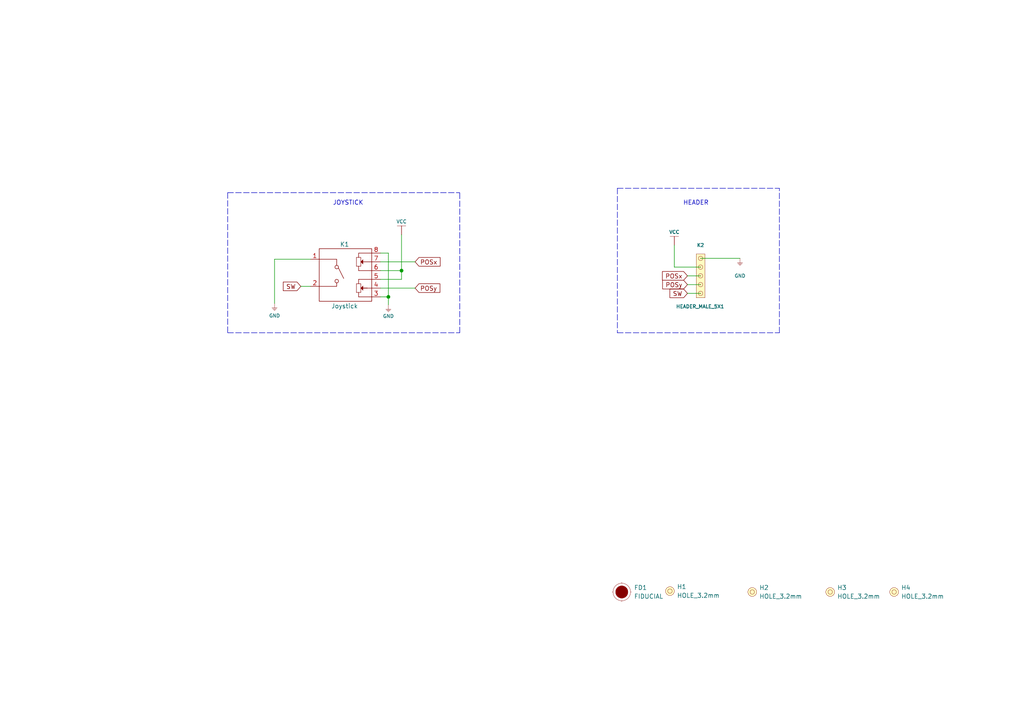
<source format=kicad_sch>
(kicad_sch (version 20211123) (generator eeschema)

  (uuid b7b2c7e9-017b-4a0e-b28b-73e3293c5d49)

  (paper "A4")

  (title_block
    (title "Joystick 2-axis with pushbutton breakout")
    (date "2021-11-10")
    (rev "V1.1.1.")
    (company "SOLDERED")
    (comment 1 "333089")
  )

  (lib_symbols
    (symbol "e-radionica.com schematics:FIDUCIAL" (in_bom no) (on_board yes)
      (property "Reference" "FD" (id 0) (at 0 3.81 0)
        (effects (font (size 1.27 1.27)))
      )
      (property "Value" "FIDUCIAL" (id 1) (at 0 -3.81 0)
        (effects (font (size 1.27 1.27)))
      )
      (property "Footprint" "e-radionica.com footprinti:FIDUCIAL_23" (id 2) (at 0.254 -5.334 0)
        (effects (font (size 1.27 1.27)) hide)
      )
      (property "Datasheet" "" (id 3) (at 0 0 0)
        (effects (font (size 1.27 1.27)) hide)
      )
      (symbol "FIDUCIAL_0_1"
        (polyline
          (pts
            (xy -2.54 0)
            (xy -2.794 0)
          )
          (stroke (width 0.0006) (type default) (color 0 0 0 0))
          (fill (type none))
        )
        (polyline
          (pts
            (xy 0 -2.54)
            (xy 0 -2.794)
          )
          (stroke (width 0.0006) (type default) (color 0 0 0 0))
          (fill (type none))
        )
        (polyline
          (pts
            (xy 0 2.54)
            (xy 0 2.794)
          )
          (stroke (width 0.0006) (type default) (color 0 0 0 0))
          (fill (type none))
        )
        (polyline
          (pts
            (xy 2.54 0)
            (xy 2.794 0)
          )
          (stroke (width 0.0006) (type default) (color 0 0 0 0))
          (fill (type none))
        )
        (circle (center 0 0) (radius 1.7961)
          (stroke (width 0.001) (type default) (color 0 0 0 0))
          (fill (type outline))
        )
        (circle (center 0 0) (radius 2.54)
          (stroke (width 0.0006) (type default) (color 0 0 0 0))
          (fill (type none))
        )
      )
    )
    (symbol "e-radionica.com schematics:GND" (power) (pin_names (offset 0)) (in_bom yes) (on_board yes)
      (property "Reference" "#PWR" (id 0) (at 4.445 0 0)
        (effects (font (size 1 1)) hide)
      )
      (property "Value" "GND" (id 1) (at 0 -2.921 0)
        (effects (font (size 1 1)))
      )
      (property "Footprint" "" (id 2) (at 4.445 3.81 0)
        (effects (font (size 1 1)) hide)
      )
      (property "Datasheet" "" (id 3) (at 4.445 3.81 0)
        (effects (font (size 1 1)) hide)
      )
      (property "ki_keywords" "power-flag" (id 4) (at 0 0 0)
        (effects (font (size 1.27 1.27)) hide)
      )
      (property "ki_description" "Power symbol creates a global label with name \"GND\"" (id 5) (at 0 0 0)
        (effects (font (size 1.27 1.27)) hide)
      )
      (symbol "GND_0_1"
        (polyline
          (pts
            (xy -0.762 -1.27)
            (xy 0.762 -1.27)
          )
          (stroke (width 0.0006) (type default) (color 0 0 0 0))
          (fill (type none))
        )
        (polyline
          (pts
            (xy -0.635 -1.524)
            (xy 0.635 -1.524)
          )
          (stroke (width 0.0006) (type default) (color 0 0 0 0))
          (fill (type none))
        )
        (polyline
          (pts
            (xy -0.381 -1.778)
            (xy 0.381 -1.778)
          )
          (stroke (width 0.0006) (type default) (color 0 0 0 0))
          (fill (type none))
        )
        (polyline
          (pts
            (xy -0.127 -2.032)
            (xy 0.127 -2.032)
          )
          (stroke (width 0.0006) (type default) (color 0 0 0 0))
          (fill (type none))
        )
        (polyline
          (pts
            (xy 0 0)
            (xy 0 -1.27)
          )
          (stroke (width 0.0006) (type default) (color 0 0 0 0))
          (fill (type none))
        )
      )
      (symbol "GND_1_1"
        (pin power_in line (at 0 0 270) (length 0) hide
          (name "GND" (effects (font (size 1.27 1.27))))
          (number "1" (effects (font (size 1.27 1.27))))
        )
      )
    )
    (symbol "e-radionica.com schematics:HEADER_MALE_5X1" (pin_numbers hide) (pin_names hide) (in_bom yes) (on_board yes)
      (property "Reference" "K" (id 0) (at -0.635 7.62 0)
        (effects (font (size 1 1)))
      )
      (property "Value" "HEADER_MALE_5X1" (id 1) (at 0.635 -7.62 0)
        (effects (font (size 1 1)))
      )
      (property "Footprint" "e-radionica.com footprinti:HEADER_MALE_5X1" (id 2) (at 0 0 0)
        (effects (font (size 1 1)) hide)
      )
      (property "Datasheet" "" (id 3) (at 0 0 0)
        (effects (font (size 1 1)) hide)
      )
      (symbol "HEADER_MALE_5X1_0_1"
        (rectangle (start -1.27 6.35) (end 1.27 -6.35)
          (stroke (width 0.001) (type default) (color 0 0 0 0))
          (fill (type background))
        )
        (circle (center 0 -5.08) (radius 0.635)
          (stroke (width 0.0006) (type default) (color 0 0 0 0))
          (fill (type none))
        )
        (circle (center 0 -2.54) (radius 0.635)
          (stroke (width 0.0006) (type default) (color 0 0 0 0))
          (fill (type none))
        )
        (circle (center 0 0) (radius 0.635)
          (stroke (width 0.0006) (type default) (color 0 0 0 0))
          (fill (type none))
        )
        (circle (center 0 2.54) (radius 0.635)
          (stroke (width 0.0006) (type default) (color 0 0 0 0))
          (fill (type none))
        )
        (circle (center 0 5.08) (radius 0.635)
          (stroke (width 0.0006) (type default) (color 0 0 0 0))
          (fill (type none))
        )
      )
      (symbol "HEADER_MALE_5X1_1_1"
        (pin passive line (at 0 -5.08 180) (length 0)
          (name "~" (effects (font (size 1 1))))
          (number "1" (effects (font (size 1 1))))
        )
        (pin passive line (at 0 -2.54 180) (length 0)
          (name "~" (effects (font (size 1 1))))
          (number "2" (effects (font (size 1 1))))
        )
        (pin passive line (at 0 0 180) (length 0)
          (name "~" (effects (font (size 1 1))))
          (number "3" (effects (font (size 1 1))))
        )
        (pin passive line (at 0 2.54 180) (length 0)
          (name "~" (effects (font (size 1 1))))
          (number "4" (effects (font (size 1 1))))
        )
        (pin passive line (at 0 5.08 180) (length 0)
          (name "~" (effects (font (size 0.991 0.991))))
          (number "5" (effects (font (size 0.991 0.991))))
        )
      )
    )
    (symbol "e-radionica.com schematics:HOLE_3.2mm" (pin_numbers hide) (pin_names hide) (in_bom yes) (on_board yes)
      (property "Reference" "H" (id 0) (at 0 2.54 0)
        (effects (font (size 1.27 1.27)))
      )
      (property "Value" "HOLE_3.2mm" (id 1) (at 0 -2.54 0)
        (effects (font (size 1.27 1.27)))
      )
      (property "Footprint" "e-radionica.com footprinti:HOLE_3.2mm" (id 2) (at 0 0 0)
        (effects (font (size 1.27 1.27)) hide)
      )
      (property "Datasheet" "" (id 3) (at 0 0 0)
        (effects (font (size 1.27 1.27)) hide)
      )
      (symbol "HOLE_3.2mm_0_1"
        (circle (center 0 0) (radius 0.635)
          (stroke (width 0.0006) (type default) (color 0 0 0 0))
          (fill (type none))
        )
        (circle (center 0 0) (radius 1.27)
          (stroke (width 0.001) (type default) (color 0 0 0 0))
          (fill (type background))
        )
      )
    )
    (symbol "e-radionica.com schematics:Joystick" (in_bom yes) (on_board yes)
      (property "Reference" "K" (id 0) (at 0 8.89 0)
        (effects (font (size 1.27 1.27)))
      )
      (property "Value" "Joystick" (id 1) (at 0 -9.652 0)
        (effects (font (size 1.27 1.27)))
      )
      (property "Footprint" "e-radionica.com footprinti:joystick" (id 2) (at -8.636 -4.064 90)
        (effects (font (size 1.27 1.27)) hide)
      )
      (property "Datasheet" "" (id 3) (at -8.636 -4.064 90)
        (effects (font (size 1.27 1.27)) hide)
      )
      (symbol "Joystick_0_1"
        (rectangle (start -7.366 7.366) (end 7.874 -7.874)
          (stroke (width 0.1524) (type default) (color 0 0 0 0))
          (fill (type none))
        )
        (circle (center -2.286 -2.032) (radius 0.508)
          (stroke (width 0.1524) (type default) (color 0 0 0 0))
          (fill (type none))
        )
        (circle (center -2.286 2.032) (radius 0.508)
          (stroke (width 0.1524) (type default) (color 0 0 0 0))
          (fill (type none))
        )
        (polyline
          (pts
            (xy 4.064 -6.604)
            (xy 4.064 -5.334)
          )
          (stroke (width 0.1524) (type default) (color 0 0 0 0))
          (fill (type none))
        )
        (polyline
          (pts
            (xy 4.064 -1.524)
            (xy 4.064 -2.794)
          )
          (stroke (width 0.1524) (type default) (color 0 0 0 0))
          (fill (type none))
        )
        (polyline
          (pts
            (xy 4.064 1.016)
            (xy 4.064 2.286)
          )
          (stroke (width 0.1524) (type default) (color 0 0 0 0))
          (fill (type none))
        )
        (polyline
          (pts
            (xy 6.604 -4.064)
            (xy 5.334 -4.064)
          )
          (stroke (width 0.1524) (type default) (color 0 0 0 0))
          (fill (type none))
        )
        (polyline
          (pts
            (xy 7.874 -4.064)
            (xy 5.334 -4.064)
          )
          (stroke (width 0.1524) (type default) (color 0 0 0 0))
          (fill (type none))
        )
        (polyline
          (pts
            (xy -7.366 -3.556)
            (xy -2.286 -3.556)
            (xy -2.286 -2.54)
          )
          (stroke (width 0.1524) (type default) (color 0 0 0 0))
          (fill (type none))
        )
        (polyline
          (pts
            (xy -7.366 4.318)
            (xy -2.286 4.318)
            (xy -2.286 2.54)
          )
          (stroke (width 0.1524) (type default) (color 0 0 0 0))
          (fill (type none))
        )
        (polyline
          (pts
            (xy -1.778 1.778)
            (xy -0.254 -1.27)
            (xy -0.508 -0.762)
          )
          (stroke (width 0.1524) (type default) (color 0 0 0 0))
          (fill (type none))
        )
        (polyline
          (pts
            (xy 7.874 -6.604)
            (xy 4.064 -6.604)
            (xy 4.064 -6.604)
          )
          (stroke (width 0.1524) (type default) (color 0 0 0 0))
          (fill (type none))
        )
        (polyline
          (pts
            (xy 7.874 -1.524)
            (xy 4.064 -1.524)
            (xy 5.334 -1.524)
          )
          (stroke (width 0.1524) (type default) (color 0 0 0 0))
          (fill (type none))
        )
        (polyline
          (pts
            (xy 7.874 1.016)
            (xy 4.064 1.016)
            (xy 7.874 1.016)
          )
          (stroke (width 0.1524) (type default) (color 0 0 0 0))
          (fill (type none))
        )
        (polyline
          (pts
            (xy 7.874 3.556)
            (xy 5.334 3.556)
            (xy 7.874 3.556)
          )
          (stroke (width 0.1524) (type default) (color 0 0 0 0))
          (fill (type none))
        )
        (polyline
          (pts
            (xy 7.874 6.096)
            (xy 4.064 6.096)
            (xy 4.064 4.826)
          )
          (stroke (width 0.1524) (type default) (color 0 0 0 0))
          (fill (type none))
        )
        (polyline
          (pts
            (xy 4.699 -4.064)
            (xy 5.334 -4.699)
            (xy 5.334 -3.429)
            (xy 4.699 -4.064)
          )
          (stroke (width 0.1) (type default) (color 0 0 0 0))
          (fill (type outline))
        )
        (polyline
          (pts
            (xy 4.699 3.556)
            (xy 5.334 2.921)
            (xy 5.334 4.191)
            (xy 4.699 3.556)
          )
          (stroke (width 0.1) (type default) (color 0 0 0 0))
          (fill (type outline))
        )
        (rectangle (start 3.429 -5.334) (end 3.4544 -2.794)
          (stroke (width 0.1) (type default) (color 0 0 0 0))
          (fill (type none))
        )
        (rectangle (start 3.429 -5.334) (end 4.699 -5.3086)
          (stroke (width 0.1) (type default) (color 0 0 0 0))
          (fill (type none))
        )
        (rectangle (start 3.429 -2.794) (end 4.699 -2.7686)
          (stroke (width 0.1) (type default) (color 0 0 0 0))
          (fill (type none))
        )
        (rectangle (start 3.429 2.286) (end 3.4544 4.826)
          (stroke (width 0.1) (type default) (color 0 0 0 0))
          (fill (type none))
        )
        (rectangle (start 3.429 2.286) (end 4.699 2.3114)
          (stroke (width 0.1) (type default) (color 0 0 0 0))
          (fill (type none))
        )
        (rectangle (start 3.429 4.826) (end 4.699 4.8514)
          (stroke (width 0.1) (type default) (color 0 0 0 0))
          (fill (type none))
        )
        (rectangle (start 4.699 -5.334) (end 4.7244 -2.794)
          (stroke (width 0.1) (type default) (color 0 0 0 0))
          (fill (type none))
        )
        (rectangle (start 4.699 2.286) (end 4.7244 4.826)
          (stroke (width 0.1) (type default) (color 0 0 0 0))
          (fill (type none))
        )
      )
      (symbol "Joystick_1_1"
        (pin passive line (at -9.906 4.318 0) (length 2.54)
          (name "" (effects (font (size 1.27 1.27))))
          (number "1" (effects (font (size 1.27 1.27))))
        )
        (pin passive line (at -9.906 -3.556 0) (length 2.54)
          (name "" (effects (font (size 1.27 1.27))))
          (number "2" (effects (font (size 1.27 1.27))))
        )
        (pin passive line (at 10.414 -6.604 180) (length 2.54)
          (name "" (effects (font (size 1.27 1.27))))
          (number "3" (effects (font (size 1.27 1.27))))
        )
        (pin passive line (at 10.414 -4.064 180) (length 2.54)
          (name "" (effects (font (size 1.27 1.27))))
          (number "4" (effects (font (size 1.27 1.27))))
        )
        (pin passive line (at 10.414 -1.524 180) (length 2.54)
          (name "" (effects (font (size 1.27 1.27))))
          (number "5" (effects (font (size 1.27 1.27))))
        )
        (pin passive line (at 10.414 1.016 180) (length 2.54)
          (name "" (effects (font (size 1.27 1.27))))
          (number "6" (effects (font (size 1.27 1.27))))
        )
        (pin passive line (at 10.414 3.556 180) (length 2.54)
          (name "" (effects (font (size 1.27 1.27))))
          (number "7" (effects (font (size 1.27 1.27))))
        )
        (pin passive line (at 10.414 6.096 180) (length 2.54)
          (name "" (effects (font (size 1.27 1.27))))
          (number "8" (effects (font (size 1.27 1.27))))
        )
      )
    )
    (symbol "e-radionica.com schematics:VCC" (power) (pin_names (offset 0)) (in_bom yes) (on_board yes)
      (property "Reference" "#PWR" (id 0) (at 4.445 0 0)
        (effects (font (size 1 1)) hide)
      )
      (property "Value" "VCC" (id 1) (at 0 3.556 0)
        (effects (font (size 1 1)))
      )
      (property "Footprint" "" (id 2) (at 4.445 3.81 0)
        (effects (font (size 1 1)) hide)
      )
      (property "Datasheet" "" (id 3) (at 4.445 3.81 0)
        (effects (font (size 1 1)) hide)
      )
      (property "ki_keywords" "power-flag" (id 4) (at 0 0 0)
        (effects (font (size 1.27 1.27)) hide)
      )
      (property "ki_description" "Power symbol creates a global label with name \"VCC\"" (id 5) (at 0 0 0)
        (effects (font (size 1.27 1.27)) hide)
      )
      (symbol "VCC_0_1"
        (polyline
          (pts
            (xy -1.27 2.54)
            (xy 1.27 2.54)
          )
          (stroke (width 0.0006) (type default) (color 0 0 0 0))
          (fill (type none))
        )
        (polyline
          (pts
            (xy 0 0)
            (xy 0 2.54)
          )
          (stroke (width 0) (type default) (color 0 0 0 0))
          (fill (type none))
        )
      )
      (symbol "VCC_1_1"
        (pin power_in line (at 0 0 90) (length 0) hide
          (name "VCC" (effects (font (size 1.27 1.27))))
          (number "1" (effects (font (size 1.27 1.27))))
        )
      )
    )
  )

  (junction (at 116.459 78.486) (diameter 0.9144) (color 0 0 0 0)
    (uuid 0f54db53-a272-4955-88fb-d7ab00657bb0)
  )
  (junction (at 112.649 86.106) (diameter 0.9144) (color 0 0 0 0)
    (uuid 922058ca-d09a-45fd-8394-05f3e2c1e03a)
  )

  (wire (pts (xy 203.2 74.93) (xy 214.63 74.93))
    (stroke (width 0) (type solid) (color 0 0 0 0))
    (uuid 1985f6b7-cf82-45f3-9bea-2c64e70c7f4b)
  )
  (wire (pts (xy 112.649 73.406) (xy 112.649 86.106))
    (stroke (width 0) (type solid) (color 0 0 0 0))
    (uuid 3afa3e09-000a-4957-b2d3-38f3b805e40d)
  )
  (wire (pts (xy 112.649 86.106) (xy 112.649 88.392))
    (stroke (width 0) (type solid) (color 0 0 0 0))
    (uuid 3afa3e09-000a-4957-b2d3-38f3b805e40e)
  )
  (wire (pts (xy 195.58 77.47) (xy 195.58 71.12))
    (stroke (width 0) (type solid) (color 0 0 0 0))
    (uuid 597e61c5-09f1-4cac-b2f0-5e98ddf771b4)
  )
  (wire (pts (xy 203.2 77.47) (xy 195.58 77.47))
    (stroke (width 0) (type solid) (color 0 0 0 0))
    (uuid 597e61c5-09f1-4cac-b2f0-5e98ddf771b5)
  )
  (wire (pts (xy 110.363 78.486) (xy 116.459 78.486))
    (stroke (width 0) (type solid) (color 0 0 0 0))
    (uuid 65fa5174-dcf8-4402-b2d2-6e19174d1624)
  )
  (wire (pts (xy 199.39 80.01) (xy 203.2 80.01))
    (stroke (width 0) (type solid) (color 0 0 0 0))
    (uuid 682c8dd7-d6bd-456b-8fbd-290bde074356)
  )
  (wire (pts (xy 199.39 85.09) (xy 203.2 85.09))
    (stroke (width 0) (type solid) (color 0 0 0 0))
    (uuid 6f3dc5b7-ceb1-424d-b0d6-46919ac4f89f)
  )
  (wire (pts (xy 87.249 83.058) (xy 90.043 83.058))
    (stroke (width 0) (type solid) (color 0 0 0 0))
    (uuid 811b2b13-80d1-4c5d-9a4d-3f66569718ec)
  )
  (polyline (pts (xy 179.07 54.61) (xy 179.07 96.52))
    (stroke (width 0) (type dash) (color 0 0 0 0))
    (uuid 9b15ab40-6e20-4ba3-82d4-8aaa52f4f6b9)
  )
  (polyline (pts (xy 179.07 54.61) (xy 226.06 54.61))
    (stroke (width 0) (type dash) (color 0 0 0 0))
    (uuid 9b15ab40-6e20-4ba3-82d4-8aaa52f4f6ba)
  )
  (polyline (pts (xy 179.07 96.52) (xy 226.06 96.52))
    (stroke (width 0) (type dash) (color 0 0 0 0))
    (uuid 9b15ab40-6e20-4ba3-82d4-8aaa52f4f6bb)
  )
  (polyline (pts (xy 226.06 96.52) (xy 226.06 54.61))
    (stroke (width 0) (type dash) (color 0 0 0 0))
    (uuid 9b15ab40-6e20-4ba3-82d4-8aaa52f4f6bc)
  )

  (wire (pts (xy 79.629 75.184) (xy 90.043 75.184))
    (stroke (width 0) (type solid) (color 0 0 0 0))
    (uuid a2365d7e-7881-40bc-b5b6-ff50b90fdce2)
  )
  (wire (pts (xy 110.363 73.406) (xy 112.649 73.406))
    (stroke (width 0) (type solid) (color 0 0 0 0))
    (uuid b5cc4bb9-2daf-47f6-9a4c-ea91b0247a95)
  )
  (wire (pts (xy 199.39 82.55) (xy 203.2 82.55))
    (stroke (width 0) (type solid) (color 0 0 0 0))
    (uuid ba8fb9b8-516d-498a-9ac9-719acd4e118e)
  )
  (polyline (pts (xy 66.04 55.88) (xy 66.04 96.52))
    (stroke (width 0) (type dash) (color 0 0 0 0))
    (uuid baf0b99e-a2d9-44df-8bef-df80b0d32053)
  )
  (polyline (pts (xy 66.04 55.88) (xy 133.35 55.88))
    (stroke (width 0) (type dash) (color 0 0 0 0))
    (uuid baf0b99e-a2d9-44df-8bef-df80b0d32054)
  )
  (polyline (pts (xy 66.04 96.52) (xy 133.35 96.52))
    (stroke (width 0) (type dash) (color 0 0 0 0))
    (uuid baf0b99e-a2d9-44df-8bef-df80b0d32055)
  )
  (polyline (pts (xy 133.35 96.52) (xy 133.35 55.88))
    (stroke (width 0) (type dash) (color 0 0 0 0))
    (uuid baf0b99e-a2d9-44df-8bef-df80b0d32056)
  )

  (wire (pts (xy 110.363 81.026) (xy 116.459 81.026))
    (stroke (width 0) (type solid) (color 0 0 0 0))
    (uuid c2822f2a-d4d9-49be-9b25-f2856b6a3b08)
  )
  (wire (pts (xy 116.459 68.072) (xy 116.459 78.486))
    (stroke (width 0) (type solid) (color 0 0 0 0))
    (uuid c2822f2a-d4d9-49be-9b25-f2856b6a3b09)
  )
  (wire (pts (xy 116.459 78.486) (xy 116.459 81.026))
    (stroke (width 0) (type solid) (color 0 0 0 0))
    (uuid c2822f2a-d4d9-49be-9b25-f2856b6a3b0a)
  )
  (wire (pts (xy 79.629 75.184) (xy 79.629 88.011))
    (stroke (width 0) (type solid) (color 0 0 0 0))
    (uuid dd6949ce-4778-4dd7-9c27-0892b33e8d3f)
  )
  (wire (pts (xy 110.363 86.106) (xy 112.649 86.106))
    (stroke (width 0) (type solid) (color 0 0 0 0))
    (uuid e9c522a0-976a-47b4-ac75-89760b596c7e)
  )
  (wire (pts (xy 110.363 75.946) (xy 120.396 75.946))
    (stroke (width 0) (type solid) (color 0 0 0 0))
    (uuid fb334305-092e-4bf1-9c8a-2bb6e023d1d9)
  )
  (wire (pts (xy 110.363 83.566) (xy 120.396 83.566))
    (stroke (width 0) (type solid) (color 0 0 0 0))
    (uuid fb968038-e3fc-4140-b2ec-3af1e99aab3f)
  )

  (text "JOYSTICK\n" (at 96.52 59.69 0)
    (effects (font (size 1.27 1.27)) (justify left bottom))
    (uuid 4368322d-f91b-4c03-98fe-61b806803039)
  )
  (text "HEADER\n" (at 198.12 59.69 0)
    (effects (font (size 1.27 1.27)) (justify left bottom))
    (uuid e65247cf-dfd1-48db-a559-3f8aacc78f47)
  )

  (global_label "SW" (shape input) (at 199.39 85.09 180) (fields_autoplaced)
    (effects (font (size 1.27 1.27)) (justify right))
    (uuid 0eeeb760-0db0-4fbf-bec5-4801c4892a39)
    (property "Intersheet References" "${INTERSHEET_REFS}" (id 0) (at 194.3159 85.0106 0)
      (effects (font (size 1.27 1.27)) (justify right) hide)
    )
  )
  (global_label "POSy" (shape input) (at 120.396 83.566 0) (fields_autoplaced)
    (effects (font (size 1.27 1.27)) (justify left))
    (uuid 14df6c09-073b-4895-95ee-3e41157100e4)
    (property "Intersheet References" "${INTERSHEET_REFS}" (id 0) (at 127.5867 83.4866 0)
      (effects (font (size 1.27 1.27)) (justify left) hide)
    )
  )
  (global_label "POSx" (shape input) (at 199.39 80.01 180) (fields_autoplaced)
    (effects (font (size 1.27 1.27)) (justify right))
    (uuid 2bd1bce9-c422-4908-8120-c07ab2f2a7e0)
    (property "Intersheet References" "${INTERSHEET_REFS}" (id 0) (at 192.1388 79.9306 0)
      (effects (font (size 1.27 1.27)) (justify right) hide)
    )
  )
  (global_label "POSx" (shape input) (at 120.396 75.946 0) (fields_autoplaced)
    (effects (font (size 1.27 1.27)) (justify left))
    (uuid 8d8198b9-8f0c-49ee-ab9c-1d026051443f)
    (property "Intersheet References" "${INTERSHEET_REFS}" (id 0) (at 127.6472 75.8666 0)
      (effects (font (size 1.27 1.27)) (justify left) hide)
    )
  )
  (global_label "SW" (shape input) (at 87.249 83.058 180) (fields_autoplaced)
    (effects (font (size 1.27 1.27)) (justify right))
    (uuid c191fa5d-07d1-4903-9155-dc56623890c1)
    (property "Intersheet References" "${INTERSHEET_REFS}" (id 0) (at 82.1749 82.9786 0)
      (effects (font (size 1.27 1.27)) (justify right) hide)
    )
  )
  (global_label "POSy" (shape input) (at 199.39 82.55 180) (fields_autoplaced)
    (effects (font (size 1.27 1.27)) (justify right))
    (uuid cba7abb6-2761-46d0-9796-d9b98f979c8b)
    (property "Intersheet References" "${INTERSHEET_REFS}" (id 0) (at 192.1993 82.4706 0)
      (effects (font (size 1.27 1.27)) (justify right) hide)
    )
  )

  (symbol (lib_id "e-radionica.com schematics:GND") (at 112.649 88.392 0) (unit 1)
    (in_bom yes) (on_board yes)
    (uuid 2090c9f9-267d-4f23-9aee-80f06e152e66)
    (property "Reference" "#PWR0102" (id 0) (at 117.094 88.392 0)
      (effects (font (size 1 1)) hide)
    )
    (property "Value" "GND" (id 1) (at 112.649 91.694 0)
      (effects (font (size 1 1)))
    )
    (property "Footprint" "" (id 2) (at 117.094 84.582 0)
      (effects (font (size 1 1)) hide)
    )
    (property "Datasheet" "" (id 3) (at 117.094 84.582 0)
      (effects (font (size 1 1)) hide)
    )
    (pin "1" (uuid b3501842-9633-4ca1-bd4e-8718ac1fb442))
  )

  (symbol (lib_id "e-radionica.com schematics:Joystick") (at 99.949 79.502 0) (unit 1)
    (in_bom yes) (on_board yes)
    (uuid 25051e7c-9587-4bd9-b252-680020e2d0c0)
    (property "Reference" "K1" (id 0) (at 99.949 70.866 0))
    (property "Value" "Joystick" (id 1) (at 99.949 88.773 0))
    (property "Footprint" "e-radionica.com footprinti:joystick" (id 2) (at 91.313 83.566 90)
      (effects (font (size 1.27 1.27)) hide)
    )
    (property "Datasheet" "" (id 3) (at 91.313 83.566 90)
      (effects (font (size 1.27 1.27)) hide)
    )
    (pin "1" (uuid 2d04007f-37ea-432a-a183-090364d1d4b5))
    (pin "2" (uuid 20922d2a-36bb-4d58-98fa-ab171a6ce1bd))
    (pin "3" (uuid 6b292ccc-38a0-4293-ba96-32afb63e550f))
    (pin "4" (uuid f2a509b1-8f7a-48fc-8268-f86efff37333))
    (pin "5" (uuid d676fd47-52cc-4d21-a1f4-175d5d25f861))
    (pin "6" (uuid 9a5bfc24-58aa-4308-8e29-f781994412b1))
    (pin "7" (uuid 9bedfc82-fb62-4bde-9914-a485791504f4))
    (pin "8" (uuid 12f8f55f-9ae2-4e4b-9835-08f5f581c960))
  )

  (symbol (lib_id "e-radionica.com schematics:GND") (at 79.629 88.011 0) (unit 1)
    (in_bom yes) (on_board yes)
    (uuid 3dee240e-9263-4627-ba25-c47ad888f192)
    (property "Reference" "#PWR0101" (id 0) (at 84.074 88.011 0)
      (effects (font (size 1 1)) hide)
    )
    (property "Value" "GND" (id 1) (at 79.629 91.567 0)
      (effects (font (size 1 1)))
    )
    (property "Footprint" "" (id 2) (at 84.074 84.201 0)
      (effects (font (size 1 1)) hide)
    )
    (property "Datasheet" "" (id 3) (at 84.074 84.201 0)
      (effects (font (size 1 1)) hide)
    )
    (pin "1" (uuid 5445f0e0-c3b7-4bff-8964-8bd4d4d6c0c3))
  )

  (symbol (lib_id "e-radionica.com schematics:FIDUCIAL") (at 180.34 171.704 0) (unit 1)
    (in_bom no) (on_board yes) (fields_autoplaced)
    (uuid 41818bb8-7df4-440f-90b4-f40b8d706a57)
    (property "Reference" "FD1" (id 0) (at 183.896 170.4339 0)
      (effects (font (size 1.27 1.27)) (justify left))
    )
    (property "Value" "FIDUCIAL" (id 1) (at 183.896 172.9739 0)
      (effects (font (size 1.27 1.27)) (justify left))
    )
    (property "Footprint" "e-radionica.com footprinti:FIDUCIAL_23" (id 2) (at 180.594 177.038 0)
      (effects (font (size 1.27 1.27)) hide)
    )
    (property "Datasheet" "" (id 3) (at 180.34 171.704 0)
      (effects (font (size 1.27 1.27)) hide)
    )
  )

  (symbol (lib_id "e-radionica.com schematics:GND") (at 214.63 74.93 0) (unit 1)
    (in_bom yes) (on_board yes) (fields_autoplaced)
    (uuid ad99a389-44ce-4a17-9a14-46cb5f149290)
    (property "Reference" "#PWR0104" (id 0) (at 219.075 74.93 0)
      (effects (font (size 1 1)) hide)
    )
    (property "Value" "GND" (id 1) (at 214.63 80.01 0)
      (effects (font (size 1 1)))
    )
    (property "Footprint" "" (id 2) (at 219.075 71.12 0)
      (effects (font (size 1 1)) hide)
    )
    (property "Datasheet" "" (id 3) (at 219.075 71.12 0)
      (effects (font (size 1 1)) hide)
    )
    (pin "1" (uuid 87d725fd-33da-400d-8d93-da03f1ad44d6))
  )

  (symbol (lib_id "e-radionica.com schematics:HOLE_3.2mm") (at 194.31 171.45 0) (unit 1)
    (in_bom yes) (on_board yes) (fields_autoplaced)
    (uuid b4b54091-e263-49de-a2de-1b2ee888e551)
    (property "Reference" "H1" (id 0) (at 196.342 170.1799 0)
      (effects (font (size 1.27 1.27)) (justify left))
    )
    (property "Value" "HOLE_3.2mm" (id 1) (at 196.342 172.7199 0)
      (effects (font (size 1.27 1.27)) (justify left))
    )
    (property "Footprint" "e-radionica.com footprinti:HOLE_3.2mm" (id 2) (at 194.31 171.45 0)
      (effects (font (size 1.27 1.27)) hide)
    )
    (property "Datasheet" "" (id 3) (at 194.31 171.45 0)
      (effects (font (size 1.27 1.27)) hide)
    )
  )

  (symbol (lib_id "e-radionica.com schematics:HOLE_3.2mm") (at 218.186 171.704 0) (unit 1)
    (in_bom yes) (on_board yes) (fields_autoplaced)
    (uuid bf9bf18b-0b40-4114-b8b3-b0273fbab3bf)
    (property "Reference" "H2" (id 0) (at 220.218 170.4339 0)
      (effects (font (size 1.27 1.27)) (justify left))
    )
    (property "Value" "HOLE_3.2mm" (id 1) (at 220.218 172.9739 0)
      (effects (font (size 1.27 1.27)) (justify left))
    )
    (property "Footprint" "e-radionica.com footprinti:HOLE_3.2mm" (id 2) (at 218.186 171.704 0)
      (effects (font (size 1.27 1.27)) hide)
    )
    (property "Datasheet" "" (id 3) (at 218.186 171.704 0)
      (effects (font (size 1.27 1.27)) hide)
    )
  )

  (symbol (lib_id "e-radionica.com schematics:HOLE_3.2mm") (at 240.792 171.704 0) (unit 1)
    (in_bom yes) (on_board yes) (fields_autoplaced)
    (uuid c82fa317-7df2-434a-9915-b893e6410879)
    (property "Reference" "H3" (id 0) (at 242.824 170.4339 0)
      (effects (font (size 1.27 1.27)) (justify left))
    )
    (property "Value" "HOLE_3.2mm" (id 1) (at 242.824 172.9739 0)
      (effects (font (size 1.27 1.27)) (justify left))
    )
    (property "Footprint" "e-radionica.com footprinti:HOLE_3.2mm" (id 2) (at 240.792 171.704 0)
      (effects (font (size 1.27 1.27)) hide)
    )
    (property "Datasheet" "" (id 3) (at 240.792 171.704 0)
      (effects (font (size 1.27 1.27)) hide)
    )
  )

  (symbol (lib_id "e-radionica.com schematics:VCC") (at 116.459 68.072 0) (unit 1)
    (in_bom yes) (on_board yes) (fields_autoplaced)
    (uuid cf5b5e0f-48ae-456f-b0b4-23496ce43e33)
    (property "Reference" "#PWR0103" (id 0) (at 120.904 68.072 0)
      (effects (font (size 1 1)) hide)
    )
    (property "Value" "VCC" (id 1) (at 116.459 64.262 0)
      (effects (font (size 1 1)))
    )
    (property "Footprint" "" (id 2) (at 120.904 64.262 0)
      (effects (font (size 1 1)) hide)
    )
    (property "Datasheet" "" (id 3) (at 120.904 64.262 0)
      (effects (font (size 1 1)) hide)
    )
    (pin "1" (uuid 0bbab0d6-e977-4a9b-9e97-8b04878143e1))
  )

  (symbol (lib_id "e-radionica.com schematics:VCC") (at 195.58 71.12 0) (unit 1)
    (in_bom yes) (on_board yes) (fields_autoplaced)
    (uuid d3486a9f-79f1-47bc-ad1b-90b11edd0746)
    (property "Reference" "#PWR0105" (id 0) (at 200.025 71.12 0)
      (effects (font (size 1 1)) hide)
    )
    (property "Value" "VCC" (id 1) (at 195.58 67.31 0)
      (effects (font (size 1 1)))
    )
    (property "Footprint" "" (id 2) (at 200.025 67.31 0)
      (effects (font (size 1 1)) hide)
    )
    (property "Datasheet" "" (id 3) (at 200.025 67.31 0)
      (effects (font (size 1 1)) hide)
    )
    (pin "1" (uuid 3f99a882-0f36-4fd3-be27-95f1d1cf2302))
  )

  (symbol (lib_id "e-radionica.com schematics:HEADER_MALE_5X1") (at 203.2 80.01 0) (unit 1)
    (in_bom yes) (on_board yes)
    (uuid e14c703d-210d-4cf0-b024-27966533946e)
    (property "Reference" "K2" (id 0) (at 203.2 71.12 0)
      (effects (font (size 1 1)))
    )
    (property "Value" "HEADER_MALE_5X1" (id 1) (at 203.073 88.9 0)
      (effects (font (size 1 1)))
    )
    (property "Footprint" "e-radionica.com footprinti:HEADER_MALE_5X1" (id 2) (at 203.2 80.01 0)
      (effects (font (size 1 1)) hide)
    )
    (property "Datasheet" "" (id 3) (at 203.2 80.01 0)
      (effects (font (size 1 1)) hide)
    )
    (pin "1" (uuid 639cd9ef-ab6d-4112-94b1-faf5cc5c24f1))
    (pin "2" (uuid 146d6d3a-e478-4199-bfe5-59ecf52c0c3a))
    (pin "3" (uuid dd43f741-3621-4c69-aaa7-d946ef0b676f))
    (pin "4" (uuid 85879e62-8588-42ee-8287-065f82a5569f))
    (pin "5" (uuid 5d6b72f9-c544-4601-bc17-2d3dd8108cdb))
  )

  (symbol (lib_id "e-radionica.com schematics:HOLE_3.2mm") (at 259.334 171.704 0) (unit 1)
    (in_bom yes) (on_board yes) (fields_autoplaced)
    (uuid ecdd8b38-db7f-4b14-9fe3-288f96f5d8cd)
    (property "Reference" "H4" (id 0) (at 261.366 170.4339 0)
      (effects (font (size 1.27 1.27)) (justify left))
    )
    (property "Value" "HOLE_3.2mm" (id 1) (at 261.366 172.9739 0)
      (effects (font (size 1.27 1.27)) (justify left))
    )
    (property "Footprint" "e-radionica.com footprinti:HOLE_3.2mm" (id 2) (at 259.334 171.704 0)
      (effects (font (size 1.27 1.27)) hide)
    )
    (property "Datasheet" "" (id 3) (at 259.334 171.704 0)
      (effects (font (size 1.27 1.27)) hide)
    )
  )

  (sheet_instances
    (path "/" (page "1"))
  )

  (symbol_instances
    (path "/3dee240e-9263-4627-ba25-c47ad888f192"
      (reference "#PWR0101") (unit 1) (value "GND") (footprint "")
    )
    (path "/2090c9f9-267d-4f23-9aee-80f06e152e66"
      (reference "#PWR0102") (unit 1) (value "GND") (footprint "")
    )
    (path "/cf5b5e0f-48ae-456f-b0b4-23496ce43e33"
      (reference "#PWR0103") (unit 1) (value "VCC") (footprint "")
    )
    (path "/ad99a389-44ce-4a17-9a14-46cb5f149290"
      (reference "#PWR0104") (unit 1) (value "GND") (footprint "")
    )
    (path "/d3486a9f-79f1-47bc-ad1b-90b11edd0746"
      (reference "#PWR0105") (unit 1) (value "VCC") (footprint "")
    )
    (path "/41818bb8-7df4-440f-90b4-f40b8d706a57"
      (reference "FD1") (unit 1) (value "FIDUCIAL") (footprint "e-radionica.com footprinti:FIDUCIAL_23")
    )
    (path "/b4b54091-e263-49de-a2de-1b2ee888e551"
      (reference "H1") (unit 1) (value "HOLE_3.2mm") (footprint "e-radionica.com footprinti:HOLE_3.2mm")
    )
    (path "/bf9bf18b-0b40-4114-b8b3-b0273fbab3bf"
      (reference "H2") (unit 1) (value "HOLE_3.2mm") (footprint "e-radionica.com footprinti:HOLE_3.2mm")
    )
    (path "/c82fa317-7df2-434a-9915-b893e6410879"
      (reference "H3") (unit 1) (value "HOLE_3.2mm") (footprint "e-radionica.com footprinti:HOLE_3.2mm")
    )
    (path "/ecdd8b38-db7f-4b14-9fe3-288f96f5d8cd"
      (reference "H4") (unit 1) (value "HOLE_3.2mm") (footprint "e-radionica.com footprinti:HOLE_3.2mm")
    )
    (path "/25051e7c-9587-4bd9-b252-680020e2d0c0"
      (reference "K1") (unit 1) (value "Joystick") (footprint "e-radionica.com footprinti:joystick")
    )
    (path "/e14c703d-210d-4cf0-b024-27966533946e"
      (reference "K2") (unit 1) (value "HEADER_MALE_5X1") (footprint "e-radionica.com footprinti:HEADER_MALE_5X1")
    )
  )
)

</source>
